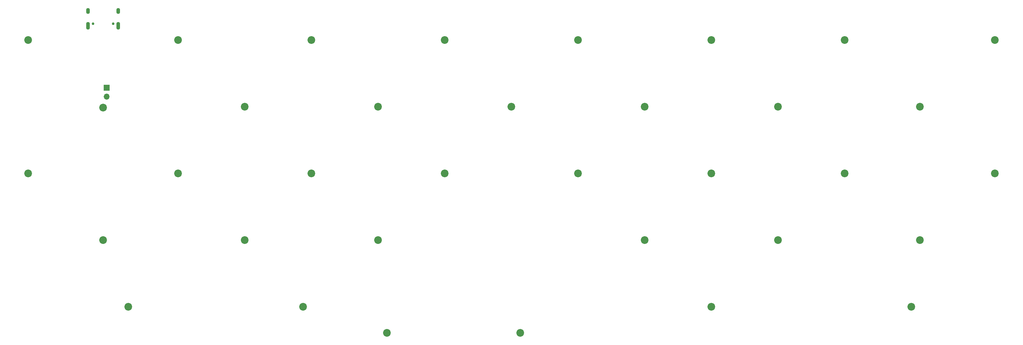
<source format=gbr>
%TF.GenerationSoftware,KiCad,Pcbnew,(6.0.0)*%
%TF.CreationDate,2022-12-27T13:23:36-08:00*%
%TF.ProjectId,denna,64656e6e-612e-46b6-9963-61645f706362,rev?*%
%TF.SameCoordinates,Original*%
%TF.FileFunction,Soldermask,Top*%
%TF.FilePolarity,Negative*%
%FSLAX46Y46*%
G04 Gerber Fmt 4.6, Leading zero omitted, Abs format (unit mm)*
G04 Created by KiCad (PCBNEW (6.0.0)) date 2022-12-27 13:23:36*
%MOMM*%
%LPD*%
G01*
G04 APERTURE LIST*
%ADD10C,2.200000*%
%ADD11C,0.750000*%
%ADD12O,1.100000X1.700000*%
%ADD13O,1.100000X2.200000*%
%ADD14R,1.700000X1.700000*%
%ADD15O,1.700000X1.700000*%
G04 APERTURE END LIST*
D10*
%TO.C,H11*%
X123825312Y-47625120D03*
%TD*%
%TO.C,H4*%
X142875360Y-28575072D03*
%TD*%
%TO.C,H13*%
X200025504Y-47625120D03*
%TD*%
%TO.C,H14*%
X238125600Y-47625120D03*
%TD*%
%TO.C,H26*%
X123825000Y-85725000D03*
%TD*%
%TO.C,H25*%
X85725000Y-85725000D03*
%TD*%
%TO.C,H19*%
X142875000Y-66675000D03*
%TD*%
%TO.C,H30*%
X278606250Y-85725000D03*
%TD*%
%TO.C,H17*%
X66675000Y-66675000D03*
%TD*%
%TO.C,H32*%
X102393750Y-104775000D03*
%TD*%
%TO.C,H24*%
X45243750Y-85725000D03*
%TD*%
%TO.C,H29*%
X238125000Y-85725000D03*
%TD*%
%TO.C,H2*%
X66675000Y-28575072D03*
%TD*%
%TO.C,H34*%
X164430750Y-112223000D03*
%TD*%
%TO.C,H23*%
X300037500Y-66675000D03*
%TD*%
%TO.C,H10*%
X85725216Y-47625120D03*
%TD*%
%TO.C,H7*%
X257175648Y-28575072D03*
%TD*%
%TO.C,H16*%
X23812560Y-66675168D03*
%TD*%
%TO.C,H9*%
X45243750Y-47827240D03*
%TD*%
%TO.C,H28*%
X200025000Y-85725000D03*
%TD*%
%TO.C,H5*%
X180975456Y-28575072D03*
%TD*%
%TO.C,H36*%
X276225696Y-104775000D03*
%TD*%
%TO.C,H3*%
X104775264Y-28575072D03*
%TD*%
%TO.C,H8*%
X300038256Y-28575072D03*
%TD*%
%TO.C,H21*%
X219075000Y-66675000D03*
%TD*%
%TO.C,H31*%
X52387500Y-104775000D03*
%TD*%
%TO.C,H22*%
X257175000Y-66675000D03*
%TD*%
%TO.C,H20*%
X180975000Y-66675000D03*
%TD*%
%TO.C,H1*%
X23812500Y-28575000D03*
%TD*%
%TO.C,H6*%
X219075552Y-28575072D03*
%TD*%
%TO.C,H35*%
X219075000Y-104775000D03*
%TD*%
%TO.C,H15*%
X278606250Y-47625120D03*
%TD*%
%TO.C,H33*%
X126330750Y-112223000D03*
%TD*%
%TO.C,H12*%
X161925408Y-47625120D03*
%TD*%
%TO.C,H18*%
X104775000Y-66675000D03*
%TD*%
D11*
%TO.C,USB1*%
X42353750Y-23915680D03*
X48133750Y-23915680D03*
D12*
X49563750Y-20265680D03*
X40923750Y-20265680D03*
D13*
X49563750Y-24445680D03*
X40923750Y-24445680D03*
%TD*%
D14*
%TO.C,JP1*%
X46236054Y-42182922D03*
D15*
X46236054Y-44722922D03*
%TD*%
M02*

</source>
